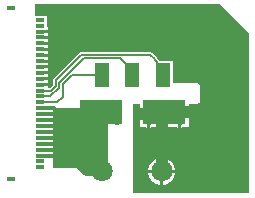
<source format=gbl>
G04*
G04 #@! TF.GenerationSoftware,Altium Limited,Altium Designer,23.10.1 (27)*
G04*
G04 Layer_Physical_Order=2*
G04 Layer_Color=16711680*
%FSLAX25Y25*%
%MOIN*%
G70*
G04*
G04 #@! TF.SameCoordinates,C1A9210B-CA7C-4178-8FF3-1732785E61EF*
G04*
G04*
G04 #@! TF.FilePolarity,Positive*
G04*
G01*
G75*
%ADD11C,0.00591*%
%ADD12R,0.14173X0.07874*%
%ADD15R,0.03150X0.01181*%
%ADD16R,0.03150X0.01575*%
%ADD17R,0.05118X0.07874*%
%ADD25C,0.03937*%
%ADD26C,0.01181*%
%ADD29C,0.07087*%
%ADD30C,0.03543*%
%ADD31R,0.15945X0.19882*%
G36*
X38760Y20057D02*
Y-33248D01*
X98D01*
Y-3395D01*
X2543D01*
Y-5799D01*
X10630D01*
X18717D01*
Y-3395D01*
X21654D01*
X22106Y-3208D01*
X22160Y-3076D01*
X22166Y-3072D01*
X22384Y-2746D01*
X22460Y-2362D01*
Y2362D01*
X22384Y2746D01*
X22166Y3072D01*
X22160Y3076D01*
X22106Y3208D01*
X21654Y3395D01*
X13386D01*
Y10827D01*
X8906D01*
X8869Y11011D01*
X8674Y11304D01*
X8217Y11761D01*
X8216Y11763D01*
X8021Y12056D01*
X6446Y13631D01*
X6153Y13827D01*
X5807Y13895D01*
X-17028D01*
X-17373Y13827D01*
X-17666Y13631D01*
X-26277Y5020D01*
X-26473Y4727D01*
X-26542Y4381D01*
Y2784D01*
X-27438Y1887D01*
X-28134D01*
Y2453D01*
X-30709D01*
Y3453D01*
X-28134D01*
Y4421D01*
X-30709D01*
Y5421D01*
X-28134D01*
Y6390D01*
X-30709D01*
Y7390D01*
X-28134D01*
Y8358D01*
X-30709D01*
Y9358D01*
X-28134D01*
Y10327D01*
X-30709D01*
Y11327D01*
X-28134D01*
Y12295D01*
X-30709D01*
Y13295D01*
X-28134D01*
Y14264D01*
X-30709D01*
Y15264D01*
X-28134D01*
Y16232D01*
X-30709D01*
Y17232D01*
X-28134D01*
Y18201D01*
X-30709D01*
Y19201D01*
X-28134D01*
Y20169D01*
X-30709D01*
Y21169D01*
X-28134D01*
Y22260D01*
X-28543D01*
Y23425D01*
Y25787D01*
X-32480D01*
Y29705D01*
X29112D01*
X38760Y20057D01*
D02*
G37*
%LPC*%
G36*
X18717Y-6799D02*
X10630D01*
X2543D01*
Y-11236D01*
X4428D01*
X4442Y-11244D01*
X5012Y-11397D01*
Y-8661D01*
X6012D01*
Y-11397D01*
X6582Y-11244D01*
X6595Y-11236D01*
X9546D01*
X9560Y-11244D01*
X10130Y-11397D01*
Y-8661D01*
X11130D01*
Y-11397D01*
X11700Y-11244D01*
X11714Y-11236D01*
X14664D01*
X14678Y-11244D01*
X15248Y-11397D01*
Y-8661D01*
X16248D01*
Y-11397D01*
X16818Y-11244D01*
X16832Y-11236D01*
X18717D01*
Y-6799D01*
D02*
G37*
G36*
X10362Y-21441D02*
X10264D01*
Y-25484D01*
X14307D01*
Y-25386D01*
X13997Y-24231D01*
X13399Y-23195D01*
X12553Y-22349D01*
X11517Y-21751D01*
X10362Y-21441D01*
D02*
G37*
G36*
X9264D02*
X9166D01*
X8010Y-21751D01*
X6974Y-22349D01*
X6128Y-23195D01*
X5530Y-24231D01*
X5221Y-25386D01*
Y-25484D01*
X9264D01*
Y-21441D01*
D02*
G37*
G36*
X14307Y-26484D02*
X10264D01*
Y-30528D01*
X10362D01*
X11517Y-30218D01*
X12553Y-29620D01*
X13399Y-28774D01*
X13997Y-27738D01*
X14307Y-26582D01*
Y-26484D01*
D02*
G37*
G36*
X9264D02*
X5221D01*
Y-26582D01*
X5530Y-27738D01*
X6128Y-28774D01*
X6974Y-29620D01*
X8010Y-30218D01*
X9166Y-30528D01*
X9264D01*
Y-26484D01*
D02*
G37*
%LPD*%
D11*
X-24409Y3639D02*
X-16237Y11811D01*
X-4134D01*
X9610Y8366D02*
X10335D01*
X-17028Y12992D02*
X5807D01*
X7382Y11417D01*
Y11319D02*
X8035Y10666D01*
Y9941D02*
Y10666D01*
Y9941D02*
X9610Y8366D01*
X7382Y11319D02*
Y11417D01*
X-25638Y4381D02*
X-17028Y12992D01*
X-25638Y2410D02*
Y4381D01*
X-23228Y3150D02*
X-20079Y6299D01*
X-24409Y1969D02*
Y3639D01*
X-23228Y-1181D02*
Y3150D01*
X-27064Y984D02*
X-25638Y2410D01*
X-30709Y984D02*
X-27064D01*
X-689Y8366D02*
X197D01*
X-4134Y11811D02*
X-689Y8366D01*
X-20079Y6299D02*
X-10236D01*
X-30709Y-984D02*
X-27362D01*
X-24409Y1969D01*
X-25000Y-2953D02*
X-23228Y-1181D01*
X-30709Y-2953D02*
X-25000D01*
D12*
X-10630Y-6299D02*
D03*
X10630D02*
D03*
D15*
X-30709Y-22638D02*
D03*
Y-20669D02*
D03*
Y-18701D02*
D03*
Y-14764D02*
D03*
Y-12795D02*
D03*
Y-10827D02*
D03*
Y-6890D02*
D03*
Y-4921D02*
D03*
Y-2953D02*
D03*
Y-984D02*
D03*
Y984D02*
D03*
Y2953D02*
D03*
Y4921D02*
D03*
Y6890D02*
D03*
Y10827D02*
D03*
Y12795D02*
D03*
Y14764D02*
D03*
Y18701D02*
D03*
Y20669D02*
D03*
Y22638D02*
D03*
Y-24606D02*
D03*
Y-16732D02*
D03*
Y-8858D02*
D03*
Y8858D02*
D03*
Y16732D02*
D03*
Y24606D02*
D03*
D16*
X-40551Y-28543D02*
D03*
Y28543D02*
D03*
D17*
X10236Y6299D02*
D03*
X-10236D02*
D03*
X0D02*
D03*
D25*
X10630Y-6299D02*
X19882D01*
X2543Y-6799D02*
X10130D01*
X10630Y-6299D01*
X19882D02*
X21063Y-7480D01*
X-15170Y-25382D02*
X-10839D01*
X-17323Y-23228D02*
X-15170Y-25382D01*
X-10839D02*
X-10236Y-25984D01*
X9764D02*
Y-9528D01*
X10630Y-8661D01*
X-10236Y-25984D02*
Y-8661D01*
D26*
X-26181Y-4921D02*
X-24803Y-6299D01*
X-30709Y-20669D02*
X-26575D01*
X-30709Y-18701D02*
X-26575D01*
X-30709Y-16732D02*
X-26575D01*
X-30709Y-14764D02*
X-26575D01*
X-30709Y-12795D02*
X-26575D01*
X-30709Y-10827D02*
X-26575D01*
X-30709Y-8858D02*
X-26575D01*
X-30709Y-6890D02*
X-26575D01*
X-30709Y-4921D02*
X-26181D01*
D29*
X9764Y-25984D02*
D03*
X-10236D02*
D03*
D30*
X-12992Y-5118D02*
D03*
X-7874D02*
D03*
X8268D02*
D03*
X12992D02*
D03*
X15748Y-8661D02*
D03*
X10630D02*
D03*
X5512D02*
D03*
X-5118D02*
D03*
X-10236D02*
D03*
X-15748D02*
D03*
X-10236Y8366D02*
D03*
X10335D02*
D03*
X197D02*
D03*
D31*
X-18602Y-14862D02*
D03*
M02*

</source>
